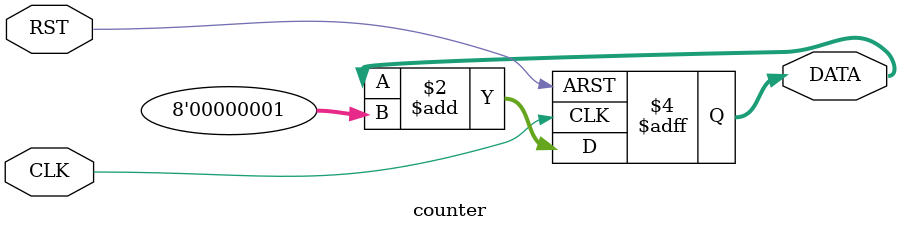
<source format=v>
module counter                      //Модуль
(
    input wire CLK,                 //Входной провод 
    input wire RST,                 //Тоже входной провод
    output reg [7:0]DATA            //8 выходных регистров
);

initial begin
    DATA = 8'h0;                    //Начальное значение счетчика
end
/* Блок always. То что в теле будет происходит тогда, когда будет фронт (posedge) сигналов CLK или RST,
   другими словами, CLK or RST будет тактовым сигналом для ВСЕХ триггеров, которым делается неблокирующее присваивание в теле блока
    */
always @(posedge CLK or posedge RST) begin    
    if (RST)
        DATA <= 8'h0;   //Неблокирующее присваивание (<=)
    else
        DATA <= DATA + 8'h1;
end

endmodule

</source>
